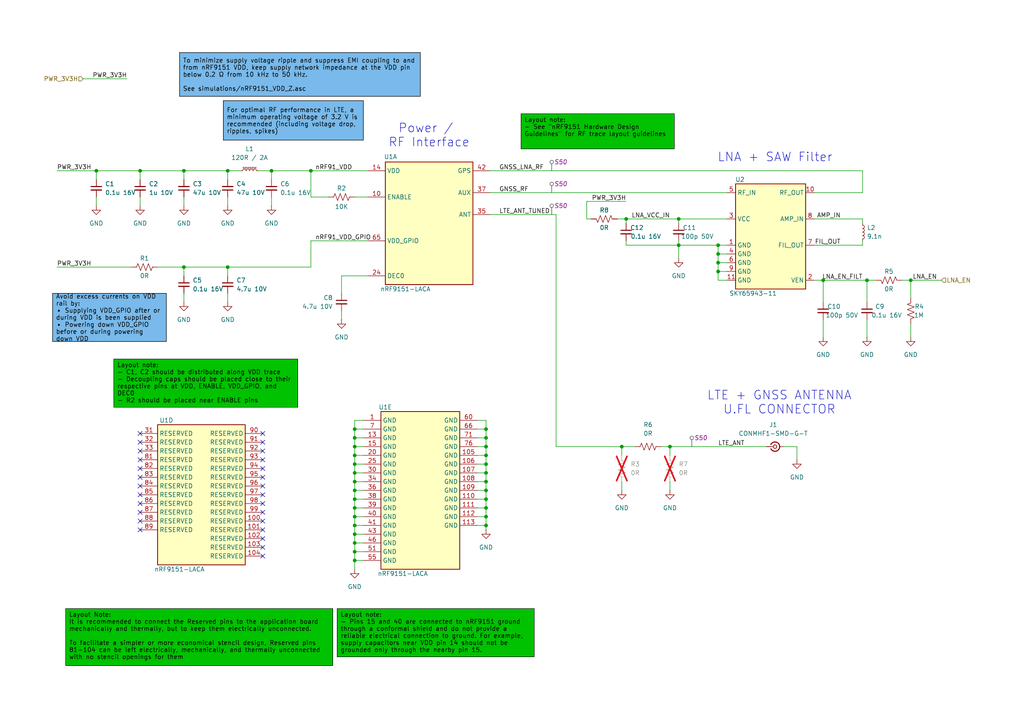
<source format=kicad_sch>
(kicad_sch (version 20231120) (generator "eeschema") (generator_version "8.0")
  (paper "A4")
  (title_block (title "nRF9151 - Low Power LTE & GNSS SiP") (date "2025-01-04") (rev "A"))
  (lib_symbols
    (symbol "DB:BLM15PX121SN1D" (pin_numbers hide) (pin_names (offset 0.254) hide) (exclude_from_sim yes)
      (property "Reference" "L" (at 1.27 1.016 0))
      (property "Value" "120R / 2A" (at 1.27 -1.27 0))
      (symbol "BLM15PX121SN1D_1_1"
        (pin passive line (at 0 2.54 270) (length 0.508) (name "~") (number "1"))
        (pin passive line (at 0 -2.54 90) (length 0.508) (name "~") (number "2"))
      )
    )
    (symbol "DB:CONMHF1-SMD-G-T" (pin_numbers hide) (pin_names (offset 1.016) hide) (exclude_from_sim yes) (in_bom no)
      (property "Reference" "J" (at 0.254 3.048 0))
      (property "Value" "CONMHF1-SMD-G-T" (at 0 -3.81 0))
      (symbol "CONMHF1-SMD-G-T_1_1"
        (pin passive line (at -2.54 0 0) (length 1.27) (name "In") (number "1"))
        (pin passive line (at 2.54 0 180) (length 1.27) (name "Ext") (number "2"))
      )
    )
    (symbol "DB:ERJ-2GE0R00X" (pin_numbers hide) (pin_names (offset 0)) (exclude_from_sim yes)
      (property "Reference" "R" (at 2.54 0 90))
      (property "Value" "0R" (at -2.54 0 90))
      (symbol "ERJ-2GE0R00X_1_1"
        (pin passive line (at 0 3.81 270) (length 1.27) (name "~") (number "1"))
        (pin passive line (at 0 -3.81 90) (length 1.27) (name "~") (number "2"))
      )
    )
    (symbol "DB:ERJ-2RKF1002X" (pin_numbers hide) (pin_names (offset 0)) (exclude_from_sim yes)
      (property "Reference" "R" (at 2.54 0 90))
      (property "Value" "10K" (at -2.54 0 90))
      (symbol "ERJ-2RKF1002X_1_1"
        (pin passive line (at 0 3.81 270) (length 1.27) (name "~") (number "1"))
        (pin passive line (at 0 -3.81 90) (length 1.27) (name "~") (number "2"))
      )
    )
    (symbol "DB:ERJ-2RKF1004X" (pin_numbers hide) (pin_names (offset 0)) (exclude_from_sim yes)
      (property "Reference" "R" (at 2.54 0 90))
      (property "Value" "1M" (at -2.54 0 90))
      (symbol "ERJ-2RKF1004X_1_1"
        (pin passive line (at 0 3.81 270) (length 1.27) (name "~") (number "1"))
        (pin passive line (at 0 -3.81 90) (length 1.27) (name "~") (number "2"))
      )
    )
    (symbol "DB:GRM0335C1H101JA01D" (pin_numbers hide) (pin_names (offset 0.254) hide)
      (property "Reference" "C" (at 0.254 1.778 0))
      (property "Value" "100p 50V" (at 0.254 -2.032 0))
      (symbol "GRM0335C1H101JA01D_1_1"
        (pin passive line (at 0 2.54 270) (length 2.032) (name "~") (number "1"))
        (pin passive line (at 0 -2.54 90) (length 2.032) (name "~") (number "2"))
      )
    )
    (symbol "DB:GRM033Z71C104KE14J" (pin_numbers hide) (pin_names (offset 0.254) hide)
      (property "Reference" "C" (at 0.254 1.778 0))
      (property "Value" "0.1u 16V" (at 0.254 -2.032 0))
      (symbol "GRM033Z71C104KE14J_1_1"
        (pin passive line (at 0 2.54 270) (length 2.032) (name "~") (number "1"))
        (pin passive line (at 0 -2.54 90) (length 2.032) (name "~") (number "2"))
      )
    )
    (symbol "DB:GRM155R61A475MEAAD" (pin_numbers hide) (pin_names (offset 0.254) hide)
      (property "Reference" "C" (at 0.254 1.778 0))
      (property "Value" "4.7u 10V" (at 0.254 -2.032 0))
      (symbol "GRM155R61A475MEAAD_1_1"
        (pin passive line (at 0 2.54 270) (length 2.032) (name "~") (number "1"))
        (pin passive line (at 0 -2.54 90) (length 2.032) (name "~") (number "2"))
      )
    )
    (symbol "DB:GRM155Z71A105KE01D" (pin_numbers hide) (pin_names (offset 0.254) hide)
      (property "Reference" "C" (at 0.254 1.778 0))
      (property "Value" "1u 10V" (at 0.254 -2.032 0))
      (symbol "GRM155Z71A105KE01D_1_1"
        (pin passive line (at 0 2.54 270) (length 2.032) (name "~") (number "1"))
        (pin passive line (at 0 -2.54 90) (length 2.032) (name "~") (number "2"))
      )
    )
    (symbol "DB:GRM21BR61A476ME15K" (pin_numbers hide) (pin_names (offset 0.254) hide)
      (property "Reference" "C" (at 0.254 1.778 0))
      (property "Value" "47u 10V" (at 0.254 -2.032 0))
      (symbol "GRM21BR61A476ME15K_1_1"
        (pin passive line (at 0 2.54 270) (length 2.032) (name "~") (number "1"))
        (pin passive line (at 0 -2.54 90) (length 2.032) (name "~") (number "2"))
      )
    )
    (symbol "DB:LQW15AN9N1J00D" (pin_numbers hide) (pin_names (offset 0.254) hide) (exclude_from_sim yes)
      (property "Reference" "L" (at 0.762 1.016 0))
      (property "Value" "9.1n" (at 0.762 -1.016 0))
      (symbol "LQW15AN9N1J00D_1_1"
        (pin passive line (at 0 2.54 270) (length 0.508) (name "~") (number "1"))
        (pin passive line (at 0 -2.54 90) (length 0.508) (name "~") (number "2"))
      )
    )
    (symbol "DB:SKY65943-11"
      (property "Reference" "U" (at -11.43 17.78 0))
      (property "Value" "SKY65943-11" (at -11.43 -16.51 0))
      (symbol "SKY65943-11_1_1"
        (pin power_in line (at 12.7 -2.54 180) (length 2.54) (name "GND") (number "1"))
        (pin output line (at -12.7 12.7 0) (length 2.54) (name "RF_OUT") (number "10"))
        (pin power_in line (at 12.7 -12.7 180) (length 2.54) (name "GND") (number "11"))
        (pin input line (at -12.7 -12.7 0) (length 2.54) (name "VEN") (number "2"))
        (pin power_in line (at 12.7 5.08 180) (length 2.54) (name "VCC") (number "3"))
        (pin power_in line (at 12.7 -5.08 180) (length 2.54) (name "GND") (number "4"))
        (pin output line (at 12.7 12.7 180) (length 2.54) (name "RF_IN") (number "5"))
        (pin power_in line (at 12.7 -7.62 180) (length 2.54) (name "GND") (number "6"))
        (pin passive line (at -12.7 -2.54 0) (length 2.54) (name "FIL_OUT") (number "7"))
        (pin passive line (at -12.7 5.08 0) (length 2.54) (name "AMP_IN") (number "8"))
        (pin power_in line (at 12.7 -10.16 180) (length 2.54) (name "GND") (number "9"))
      )
    )
    (symbol "DB:nRF9151-LACA-R" (exclude_from_sim yes)
      (property "Reference" "U" (at -4.826 43.434 0))
      (property "Value" "nRF9151-LACA" (at -4.826 -43.688 0))
      (symbol "nRF9151-LACA-R_1_1"
        (pin input line (at -17.78 7.62 0) (length 5.08) (name "ENABLE") (number "10"))
        (pin power_in line (at -17.78 15.24 0) (length 5.08) (name "VDD") (number "14"))
        (pin passive line (at -17.78 -15.24 0) (length 5.08) (name "DEC0") (number "24"))
        (pin bidirectional line (at 17.78 2.54 180) (length 5.08) (name "ANT") (number "35"))
        (pin bidirectional line (at 17.78 8.89 180) (length 5.08) (name "AUX") (number "37"))
        (pin bidirectional line (at 17.78 15.24 180) (length 5.08) (name "GPS") (number "42"))
        (pin power_in line (at -17.78 -5.08 0) (length 5.08) (name "VDD_GPIO") (number "65"))
      )
      (symbol "nRF9151-LACA-R_2_1"
        (pin bidirectional line (at -10.16 -21.59 0) (length 5.08) (name "P0.24") (number "11"))
        (pin bidirectional line (at -10.16 -24.13 0) (length 5.08) (name "P0.25") (number "12"))
        (pin bidirectional line (at -10.16 -11.43 0) (length 5.08) (name "P0.20") (number "2"))
        (pin bidirectional line (at -10.16 -26.67 0) (length 5.08) (name "P0.26") (number "44"))
        (pin bidirectional line (at -10.16 -29.21 0) (length 5.08) (name "P0.27") (number "45"))
        (pin bidirectional line (at -10.16 -31.75 0) (length 5.08) (name "P0.28") (number "47"))
        (pin bidirectional line (at -10.16 -34.29 0) (length 5.08) (name "P0.29") (number "48"))
        (pin bidirectional line (at -10.16 -36.83 0) (length 5.08) (name "P0.30") (number "49"))
        (pin bidirectional line (at -10.16 -13.97 0) (length 5.08) (name "P0.21") (number "5"))
        (pin bidirectional line (at -10.16 -39.37 0) (length 5.08) (name "P0.31") (number "50"))
        (pin bidirectional line (at -10.16 39.37 0) (length 5.08) (name "P0.00") (number "56"))
        (pin bidirectional line (at -10.16 36.83 0) (length 5.08) (name "P0.01") (number "57"))
        (pin bidirectional line (at -10.16 34.29 0) (length 5.08) (name "P0.02") (number "58"))
        (pin bidirectional line (at -10.16 31.75 0) (length 5.08) (name "P0.03") (number "59"))
        (pin bidirectional line (at -10.16 -16.51 0) (length 5.08) (name "P0.22") (number "6"))
        (pin bidirectional line (at -10.16 29.21 0) (length 5.08) (name "P0.04") (number "61"))
        (pin bidirectional line (at -10.16 26.67 0) (length 5.08) (name "P0.05") (number "62"))
        (pin bidirectional line (at -10.16 24.13 0) (length 5.08) (name "P0.06") (number "63"))
        (pin bidirectional line (at -10.16 21.59 0) (length 5.08) (name "P0.07") (number "64"))
        (pin bidirectional line (at -10.16 19.05 0) (length 5.08) (name "P0.08") (number "67"))
        (pin bidirectional line (at -10.16 16.51 0) (length 5.08) (name "P0.09") (number "68"))
        (pin bidirectional line (at -10.16 13.97 0) (length 5.08) (name "P0.10") (number "69"))
        (pin bidirectional line (at -10.16 11.43 0) (length 5.08) (name "P0.11") (number "70"))
        (pin bidirectional line (at -10.16 8.89 0) (length 5.08) (name "P0.12") (number "72"))
        (pin bidirectional line (at -10.16 6.35 0) (length 5.08) (name "P0.13") (number "73"))
        (pin bidirectional line (at -10.16 3.81 0) (length 5.08) (name "P0.14") (number "74"))
        (pin bidirectional line (at -10.16 1.27 0) (length 5.08) (name "P0.15") (number "75"))
        (pin bidirectional line (at -10.16 -1.27 0) (length 5.08) (name "P0.16") (number "77"))
        (pin bidirectional line (at -10.16 -3.81 0) (length 5.08) (name "P0.17") (number "78"))
        (pin bidirectional line (at -10.16 -6.35 0) (length 5.08) (name "P0.18") (number "79"))
        (pin bidirectional line (at -10.16 -19.05 0) (length 5.08) (name "P0.23") (number "8"))
        (pin bidirectional line (at -10.16 -8.89 0) (length 5.08) (name "P0.19") (number "80"))
      )
      (symbol "nRF9151-LACA-R_3_1"
        (pin output line (at -15.24 -24.13 0) (length 5.08) (name "SIM_RST") (number "16"))
        (pin bidirectional line (at -15.24 -29.21 0) (length 5.08) (name "SIM_IO") (number "17"))
        (pin output line (at -15.24 -26.67 0) (length 5.08) (name "SIM_CLK") (number "18"))
        (pin power_out line (at -15.24 -31.75 0) (length 5.08) (name "SIM_1V8") (number "19"))
        (pin bidirectional line (at -15.24 -2.54 0) (length 5.08) (name "MAGPIO0") (number "21"))
        (pin bidirectional line (at -15.24 -5.08 0) (length 5.08) (name "MAGPIO1") (number "22"))
        (pin bidirectional line (at -15.24 -7.62 0) (length 5.08) (name "MAGPIO2") (number "23"))
        (pin input line (at -15.24 -21.59 0) (length 5.08) (name "SIM_DET") (number "26"))
        (pin bidirectional line (at -15.24 7.62 0) (length 5.08) (name "SDATA") (number "27"))
        (pin bidirectional line (at -15.24 5.08 0) (length 5.08) (name "SCLK") (number "28"))
        (pin bidirectional line (at -15.24 2.54 0) (length 5.08) (name "VIO") (number "29"))
        (pin input line (at -15.24 29.21 0) (length 5.08) (name "SWDCLK") (number "3"))
        (pin bidirectional line (at -15.24 31.75 0) (length 5.08) (name "SWDIO") (number "4"))
        (pin bidirectional line (at -15.24 -11.43 0) (length 5.08) (name "COEX0") (number "52"))
        (pin bidirectional line (at -15.24 -13.97 0) (length 5.08) (name "COEX1") (number "53"))
        (pin bidirectional line (at -15.24 -16.51 0) (length 5.08) (name "COEX2") (number "54"))
        (pin input line (at -15.24 26.67 0) (length 5.08) (name "nRESET") (number "9"))
      )
      (symbol "nRF9151-LACA-R_4_1"
        (pin passive line (at 17.78 -10.16 180) (length 5.08) (name "RESERVED") (number "100"))
        (pin passive line (at 17.78 -12.7 180) (length 5.08) (name "RESERVED") (number "101"))
        (pin passive line (at 17.78 -15.24 180) (length 5.08) (name "RESERVED") (number "102"))
        (pin passive line (at 17.78 -17.78 180) (length 5.08) (name "RESERVED") (number "103"))
        (pin passive line (at 17.78 -20.32 180) (length 5.08) (name "RESERVED") (number "104"))
        (pin passive line (at -17.78 15.24 0) (length 5.08) (name "RESERVED") (number "31"))
        (pin passive line (at -17.78 12.7 0) (length 5.08) (name "RESERVED") (number "32"))
        (pin passive line (at -17.78 10.16 0) (length 5.08) (name "RESERVED") (number "33"))
        (pin passive line (at -17.78 7.62 0) (length 5.08) (name "RESERVED") (number "81"))
        (pin passive line (at -17.78 5.08 0) (length 5.08) (name "RESERVED") (number "82"))
        (pin passive line (at -17.78 2.54 0) (length 5.08) (name "RESERVED") (number "83"))
        (pin passive line (at -17.78 0 0) (length 5.08) (name "RESERVED") (number "84"))
        (pin passive line (at -17.78 -2.54 0) (length 5.08) (name "RESERVED") (number "85"))
        (pin passive line (at -17.78 -5.08 0) (length 5.08) (name "RESERVED") (number "86"))
        (pin passive line (at -17.78 -7.62 0) (length 5.08) (name "RESERVED") (number "87"))
        (pin passive line (at -17.78 -10.16 0) (length 5.08) (name "RESERVED") (number "88"))
        (pin passive line (at -17.78 -12.7 0) (length 5.08) (name "RESERVED") (number "89"))
        (pin passive line (at 17.78 15.24 180) (length 5.08) (name "RESERVED") (number "90"))
        (pin passive line (at 17.78 12.7 180) (length 5.08) (name "RESERVED") (number "91"))
        (pin passive line (at 17.78 10.16 180) (length 5.08) (name "RESERVED") (number "92"))
        (pin passive line (at 17.78 7.62 180) (length 5.08) (name "RESERVED") (number "93"))
        (pin passive line (at 17.78 5.08 180) (length 5.08) (name "RESERVED") (number "94"))
        (pin passive line (at 17.78 2.54 180) (length 5.08) (name "RESERVED") (number "95"))
        (pin passive line (at 17.78 0 180) (length 5.08) (name "RESERVED") (number "96"))
        (pin passive line (at 17.78 -2.54 180) (length 5.08) (name "RESERVED") (number "97"))
        (pin passive line (at 17.78 -5.08 180) (length 5.08) (name "RESERVED") (number "98"))
        (pin passive line (at 17.78 -7.62 180) (length 5.08) (name "RESERVED") (number "99"))
      )
      (symbol "nRF9151-LACA-R_5_1"
        (pin power_in line (at -16.51 17.78 0) (length 5.08) (name "GND") (number "1"))
        (pin power_in line (at 16.51 7.62 180) (length 5.08) (name "GND") (number "105"))
        (pin power_in line (at 16.51 5.08 180) (length 5.08) (name "GND") (number "106"))
        (pin power_in line (at 16.51 2.54 180) (length 5.08) (name "GND") (number "107"))
        (pin power_in line (at 16.51 0 180) (length 5.08) (name "GND") (number "108"))
        (pin power_in line (at 16.51 -2.54 180) (length 5.08) (name "GND") (number "109"))
        (pin power_in line (at 16.51 -5.08 180) (length 5.08) (name "GND") (number "110"))
        (pin power_in line (at 16.51 -7.62 180) (length 5.08) (name "GND") (number "111"))
        (pin power_in line (at 16.51 -10.16 180) (length 5.08) (name "GND") (number "112"))
        (pin power_in line (at 16.51 -12.7 180) (length 5.08) (name "GND") (number "113"))
        (pin power_in line (at -16.51 12.7 0) (length 5.08) (name "GND") (number "13"))
        (pin power_in line (at -16.51 10.16 0) (length 5.08) (name "GND") (number "15"))
        (pin power_in line (at -16.51 7.62 0) (length 5.08) (name "GND") (number "20"))
        (pin power_in line (at -16.51 5.08 0) (length 5.08) (name "GND") (number "25"))
        (pin power_in line (at -16.51 2.54 0) (length 5.08) (name "GND") (number "30"))
        (pin power_in line (at -16.51 0 0) (length 5.08) (name "GND") (number "34"))
        (pin power_in line (at -16.51 -2.54 0) (length 5.08) (name "GND") (number "36"))
        (pin power_in line (at -16.51 -5.08 0) (length 5.08) (name "GND") (number "38"))
        (pin power_in line (at -16.51 -7.62 0) (length 5.08) (name "GND") (number "39"))
        (pin power_in line (at -16.51 -10.16 0) (length 5.08) (name "GND") (number "40"))
        (pin power_in line (at -16.51 -12.7 0) (length 5.08) (name "GND") (number "41"))
        (pin power_in line (at -16.51 -15.24 0) (length 5.08) (name "GND") (number "43"))
        (pin power_in line (at -16.51 -17.78 0) (length 5.08) (name "GND") (number "46"))
        (pin power_in line (at -16.51 -20.32 0) (length 5.08) (name "GND") (number "51"))
        (pin power_in line (at -16.51 -22.86 0) (length 5.08) (name "GND") (number "55"))
        (pin power_in line (at 16.51 17.78 180) (length 5.08) (name "GND") (number "60"))
        (pin power_in line (at 16.51 15.24 180) (length 5.08) (name "GND") (number "66"))
        (pin power_in line (at -16.51 15.24 0) (length 5.08) (name "GND") (number "7"))
        (pin power_in line (at 16.51 12.7 180) (length 5.08) (name "GND") (number "71"))
        (pin power_in line (at 16.51 10.16 180) (length 5.08) (name "GND") (number "76"))
      )
    )
    (symbol "ERJ-2GE0R00X_1" (pin_numbers hide) (pin_names (offset 0)) (exclude_from_sim yes)
      (property "Reference" "R" (at 2.54 0 90))
      (property "Value" "0R" (at -2.54 0 90))
      (symbol "ERJ-2GE0R00X_1_1_1"
        (pin passive line (at 0 3.81 270) (length 1.27) (name "~") (number "1"))
        (pin passive line (at 0 -3.81 90) (length 1.27) (name "~") (number "2"))
      )
    )
    (symbol "ERJ-2GE0R00X_2" (pin_numbers hide) (pin_names (offset 0)) (exclude_from_sim yes)
      (property "Reference" "R" (at 2.54 0 90))
      (property "Value" "0R" (at -2.54 0 90))
      (symbol "ERJ-2GE0R00X_2_1_1"
        (pin passive line (at 0 3.81 270) (length 1.27) (name "~") (number "1"))
        (pin passive line (at 0 -3.81 90) (length 1.27) (name "~") (number "2"))
      )
    )
    (symbol "power:GND" (power) (pin_numbers hide) (pin_names (offset 0) hide)
      (property "Value" "GND" (at 0 -3.81 0))
      (symbol "GND_1_1"
        (pin power_in line (at 0 0 270) (length 0) (name "~") (number "1"))
      )
    )
  )
  (junction (at 140.97 134.62))
  (junction (at 102.87 137.16))
  (junction (at 102.87 162.56))
  (junction (at 140.97 142.24))
  (junction (at 140.97 139.7))
  (junction (at 180.34 129.54))
  (junction (at 78.74 49.53))
  (junction (at 40.64 49.53))
  (junction (at 102.87 132.08))
  (junction (at 208.28 78.74))
  (junction (at 102.87 142.24))
  (junction (at 102.87 149.86))
  (junction (at 27.94 49.53))
  (junction (at 194.31 129.54))
  (junction (at 102.87 134.62))
  (junction (at 102.87 160.02))
  (junction (at 264.16 81.28))
  (junction (at 140.97 129.54))
  (junction (at 102.87 124.46))
  (junction (at 66.04 77.47))
  (junction (at 140.97 152.4))
  (junction (at 102.87 144.78))
  (junction (at 251.46 81.28))
  (junction (at 208.28 73.66))
  (junction (at 196.85 63.5))
  (junction (at 90.17 49.53))
  (junction (at 102.87 147.32))
  (junction (at 102.87 152.4))
  (junction (at 102.87 139.7))
  (junction (at 102.87 157.48))
  (junction (at 53.34 49.53))
  (junction (at 102.87 127))
  (junction (at 140.97 137.16))
  (junction (at 208.28 71.12))
  (junction (at 196.85 71.12))
  (junction (at 140.97 144.78))
  (junction (at 181.61 63.5))
  (junction (at 238.76 81.28))
  (junction (at 66.04 49.53))
  (junction (at 53.34 77.47))
  (junction (at 140.97 147.32))
  (junction (at 140.97 127))
  (junction (at 140.97 124.46))
  (junction (at 140.97 149.86))
  (junction (at 140.97 132.08))
  (junction (at 208.28 76.2))
  (junction (at 102.87 154.94))
  (junction (at 102.87 129.54))
  (no_connect (at 40.64 133.35))
  (no_connect (at 76.2 161.29))
  (no_connect (at 76.2 133.35))
  (no_connect (at 76.2 138.43))
  (no_connect (at 40.64 130.81))
  (no_connect (at 76.2 151.13))
  (no_connect (at 40.64 125.73))
  (no_connect (at 40.64 140.97))
  (no_connect (at 76.2 125.73))
  (no_connect (at 76.2 158.75))
  (no_connect (at 40.64 151.13))
  (no_connect (at 76.2 146.05))
  (no_connect (at 40.64 148.59))
  (no_connect (at 40.64 138.43))
  (no_connect (at 76.2 128.27))
  (no_connect (at 40.64 146.05))
  (no_connect (at 40.64 153.67))
  (no_connect (at 76.2 143.51))
  (no_connect (at 40.64 135.89))
  (no_connect (at 76.2 130.81))
  (no_connect (at 76.2 156.21))
  (no_connect (at 76.2 153.67))
  (no_connect (at 76.2 135.89))
  (no_connect (at 40.64 128.27))
  (no_connect (at 76.2 148.59))
  (no_connect (at 76.2 140.97))
  (no_connect (at 40.64 143.51))
  (wire (pts (xy 251.46 92.71) (xy 251.46 97.79)))
  (wire (pts (xy 181.61 64.77) (xy 181.61 63.5)))
  (wire (pts (xy 191.77 129.54) (xy 194.31 129.54)))
  (wire (pts (xy 102.87 149.86) (xy 102.87 152.4)))
  (wire (pts (xy 90.17 49.53) (xy 106.68 49.53)))
  (wire (pts (xy 180.34 139.7) (xy 180.34 142.24)))
  (wire (pts (xy 250.19 64.77) (xy 250.19 63.5)))
  (wire (pts (xy 78.74 49.53) (xy 78.74 52.07)))
  (wire (pts (xy 140.97 139.7) (xy 140.97 137.16)))
  (wire (pts (xy 196.85 69.85) (xy 196.85 71.12)))
  (wire (pts (xy 140.97 144.78) (xy 138.43 144.78)))
  (wire (pts (xy 102.87 147.32) (xy 102.87 144.78)))
  (wire (pts (xy 102.87 154.94) (xy 102.87 152.4)))
  (wire (pts (xy 66.04 49.53) (xy 69.85 49.53)))
  (wire (pts (xy 140.97 127) (xy 140.97 129.54)))
  (wire (pts (xy 102.87 152.4) (xy 105.41 152.4)))
  (wire (pts (xy 90.17 69.85) (xy 106.68 69.85)))
  (wire (pts (xy 16.51 77.47) (xy 38.1 77.47)))
  (wire (pts (xy 66.04 85.09) (xy 66.04 87.63)))
  (wire (pts (xy 102.87 134.62) (xy 105.41 134.62)))
  (wire (pts (xy 140.97 152.4) (xy 138.43 152.4)))
  (wire (pts (xy 238.76 92.71) (xy 238.76 97.79)))
  (wire (pts (xy 170.18 58.42) (xy 170.18 63.5)))
  (wire (pts (xy 105.41 132.08) (xy 102.87 132.08)))
  (wire (pts (xy 179.07 63.5) (xy 181.61 63.5)))
  (wire (pts (xy 140.97 137.16) (xy 138.43 137.16)))
  (wire (pts (xy 102.87 132.08) (xy 102.87 134.62)))
  (wire (pts (xy 208.28 73.66) (xy 208.28 76.2)))
  (wire (pts (xy 53.34 49.53) (xy 66.04 49.53)))
  (wire (pts (xy 140.97 142.24) (xy 140.97 139.7)))
  (wire (pts (xy 210.82 63.5) (xy 196.85 63.5)))
  (wire (pts (xy 102.87 124.46) (xy 102.87 121.92)))
  (wire (pts (xy 78.74 57.15) (xy 78.74 59.69)))
  (wire (pts (xy 24.13 22.86) (xy 36.83 22.86)))
  (wire (pts (xy 140.97 129.54) (xy 138.43 129.54)))
  (wire (pts (xy 102.87 139.7) (xy 105.41 139.7)))
  (wire (pts (xy 140.97 149.86) (xy 140.97 152.4)))
  (wire (pts (xy 105.41 142.24) (xy 102.87 142.24)))
  (wire (pts (xy 99.06 90.17) (xy 99.06 92.71)))
  (wire (pts (xy 102.87 129.54) (xy 105.41 129.54)))
  (wire (pts (xy 273.05 81.28) (xy 264.16 81.28)))
  (wire (pts (xy 140.97 137.16) (xy 140.97 134.62)))
  (wire (pts (xy 210.82 71.12) (xy 208.28 71.12)))
  (wire (pts (xy 138.43 121.92) (xy 140.97 121.92)))
  (wire (pts (xy 142.24 62.23) (xy 161.29 62.23)))
  (wire (pts (xy 210.82 73.66) (xy 208.28 73.66)))
  (wire (pts (xy 66.04 77.47) (xy 66.04 80.01)))
  (wire (pts (xy 250.19 63.5) (xy 236.22 63.5)))
  (wire (pts (xy 227.33 129.54) (xy 231.14 129.54)))
  (wire (pts (xy 102.87 157.48) (xy 102.87 154.94)))
  (wire (pts (xy 27.94 49.53) (xy 27.94 52.07)))
  (wire (pts (xy 264.16 81.28) (xy 261.62 81.28)))
  (wire (pts (xy 140.97 127) (xy 138.43 127)))
  (wire (pts (xy 170.18 58.42) (xy 181.61 58.42)))
  (wire (pts (xy 231.14 129.54) (xy 231.14 133.35)))
  (wire (pts (xy 196.85 63.5) (xy 181.61 63.5)))
  (wire (pts (xy 196.85 63.5) (xy 196.85 64.77)))
  (wire (pts (xy 138.43 132.08) (xy 140.97 132.08)))
  (wire (pts (xy 161.29 129.54) (xy 180.34 129.54)))
  (wire (pts (xy 208.28 71.12) (xy 196.85 71.12)))
  (wire (pts (xy 208.28 71.12) (xy 208.28 73.66)))
  (wire (pts (xy 27.94 57.15) (xy 27.94 59.69)))
  (wire (pts (xy 40.64 49.53) (xy 27.94 49.53)))
  (wire (pts (xy 99.06 80.01) (xy 106.68 80.01)))
  (wire (pts (xy 66.04 49.53) (xy 66.04 52.07)))
  (wire (pts (xy 102.87 160.02) (xy 102.87 162.56)))
  (wire (pts (xy 102.87 121.92) (xy 105.41 121.92)))
  (wire (pts (xy 78.74 49.53) (xy 90.17 49.53)))
  (wire (pts (xy 181.61 69.85) (xy 181.61 71.12)))
  (wire (pts (xy 254 81.28) (xy 251.46 81.28)))
  (wire (pts (xy 140.97 132.08) (xy 140.97 134.62)))
  (wire (pts (xy 194.31 129.54) (xy 194.31 132.08)))
  (wire (pts (xy 140.97 147.32) (xy 140.97 144.78)))
  (wire (pts (xy 102.87 142.24) (xy 102.87 144.78)))
  (wire (pts (xy 53.34 49.53) (xy 53.34 52.07)))
  (wire (pts (xy 264.16 81.28) (xy 264.16 86.36)))
  (wire (pts (xy 250.19 55.88) (xy 236.22 55.88)))
  (wire (pts (xy 53.34 77.47) (xy 66.04 77.47)))
  (wire (pts (xy 105.41 160.02) (xy 102.87 160.02)))
  (wire (pts (xy 140.97 132.08) (xy 140.97 129.54)))
  (wire (pts (xy 210.82 81.28) (xy 208.28 81.28)))
  (wire (pts (xy 102.87 160.02) (xy 102.87 157.48)))
  (wire (pts (xy 40.64 49.53) (xy 53.34 49.53)))
  (wire (pts (xy 236.22 71.12) (xy 250.19 71.12)))
  (wire (pts (xy 142.24 49.53) (xy 250.19 49.53)))
  (wire (pts (xy 142.24 55.88) (xy 210.82 55.88)))
  (wire (pts (xy 238.76 81.28) (xy 236.22 81.28)))
  (wire (pts (xy 105.41 149.86) (xy 102.87 149.86)))
  (wire (pts (xy 102.87 57.15) (xy 106.68 57.15)))
  (wire (pts (xy 238.76 81.28) (xy 238.76 87.63)))
  (wire (pts (xy 210.82 78.74) (xy 208.28 78.74)))
  (wire (pts (xy 53.34 77.47) (xy 53.34 80.01)))
  (wire (pts (xy 102.87 137.16) (xy 102.87 134.62)))
  (wire (pts (xy 40.64 57.15) (xy 40.64 59.69)))
  (wire (pts (xy 74.93 49.53) (xy 78.74 49.53)))
  (wire (pts (xy 194.31 139.7) (xy 194.31 142.24)))
  (wire (pts (xy 53.34 57.15) (xy 53.34 59.69)))
  (wire (pts (xy 194.31 129.54) (xy 222.25 129.54)))
  (wire (pts (xy 102.87 132.08) (xy 102.87 129.54)))
  (wire (pts (xy 95.25 57.15) (xy 90.17 57.15)))
  (wire (pts (xy 102.87 124.46) (xy 105.41 124.46)))
  (wire (pts (xy 102.87 137.16) (xy 105.41 137.16)))
  (wire (pts (xy 140.97 139.7) (xy 138.43 139.7)))
  (wire (pts (xy 210.82 76.2) (xy 208.28 76.2)))
  (wire (pts (xy 102.87 127) (xy 105.41 127)))
  (wire (pts (xy 102.87 139.7) (xy 102.87 137.16)))
  (wire (pts (xy 181.61 71.12) (xy 196.85 71.12)))
  (wire (pts (xy 180.34 129.54) (xy 180.34 132.08)))
  (wire (pts (xy 102.87 165.1) (xy 102.87 162.56)))
  (wire (pts (xy 196.85 71.12) (xy 196.85 74.93)))
  (wire (pts (xy 102.87 142.24) (xy 102.87 139.7)))
  (wire (pts (xy 138.43 142.24) (xy 140.97 142.24)))
  (wire (pts (xy 140.97 124.46) (xy 138.43 124.46)))
  (wire (pts (xy 140.97 124.46) (xy 140.97 121.92)))
  (wire (pts (xy 90.17 77.47) (xy 90.17 69.85)))
  (wire (pts (xy 140.97 127) (xy 140.97 124.46)))
  (wire (pts (xy 264.16 93.98) (xy 264.16 97.79)))
  (wire (pts (xy 250.19 55.88) (xy 250.19 49.53)))
  (wire (pts (xy 208.28 76.2) (xy 208.28 78.74)))
  (wire (pts (xy 184.15 129.54) (xy 180.34 129.54)))
  (wire (pts (xy 66.04 57.15) (xy 66.04 59.69)))
  (wire (pts (xy 140.97 142.24) (xy 140.97 144.78)))
  (wire (pts (xy 140.97 134.62) (xy 138.43 134.62)))
  (wire (pts (xy 99.06 80.01) (xy 99.06 85.09)))
  (wire (pts (xy 102.87 149.86) (xy 102.87 147.32)))
  (wire (pts (xy 140.97 149.86) (xy 140.97 147.32)))
  (wire (pts (xy 66.04 77.47) (xy 90.17 77.47)))
  (wire (pts (xy 102.87 127) (xy 102.87 129.54)))
  (wire (pts (xy 102.87 157.48) (xy 105.41 157.48)))
  (wire (pts (xy 102.87 162.56) (xy 105.41 162.56)))
  (wire (pts (xy 138.43 149.86) (xy 140.97 149.86)))
  (wire (pts (xy 102.87 147.32) (xy 105.41 147.32)))
  (wire (pts (xy 251.46 81.28) (xy 238.76 81.28)))
  (wire (pts (xy 90.17 57.15) (xy 90.17 49.53)))
  (wire (pts (xy 140.97 147.32) (xy 138.43 147.32)))
  (wire (pts (xy 161.29 62.23) (xy 161.29 129.54)))
  (wire (pts (xy 251.46 81.28) (xy 251.46 87.63)))
  (wire (pts (xy 208.28 78.74) (xy 208.28 81.28)))
  (wire (pts (xy 250.19 71.12) (xy 250.19 69.85)))
  (wire (pts (xy 102.87 127) (xy 102.87 124.46)))
  (wire (pts (xy 170.18 63.5) (xy 171.45 63.5)))
  (wire (pts (xy 53.34 85.09) (xy 53.34 87.63)))
  (wire (pts (xy 40.64 49.53) (xy 40.64 52.07)))
  (wire (pts (xy 45.72 77.47) (xy 53.34 77.47)))
  (wire (pts (xy 140.97 152.4) (xy 140.97 153.67)))
  (wire (pts (xy 102.87 144.78) (xy 105.41 144.78)))
  (wire (pts (xy 16.51 49.53) (xy 27.94 49.53)))
  (wire (pts (xy 102.87 154.94) (xy 105.41 154.94)))
  (text_box "Layout note:\n- C1, C2 should be distributed along VDD trace\n- Decoupling caps should be placed close to their respective pins at VDD, ENABLE, VDD_GPIO, and DEC0\n- R2 should be placed near ENABLE pins" (exclude_from_sim yes) (at 33.02 104.14 0) (size 53.34 13.97) (stroke (width 0) (color 0 0 0 1)) (fill (type color) (color 0 194 0 1)) (effects (font (size 1.27 1.27)) (justify left top)))
  (text_box "For optimal RF performance in LTE, a minimum operating voltage of 3.2 V is recommended (including voltage drop, ripples, spikes)" (exclude_from_sim yes) (at 64.77 29.21 0) (size 40.64 11.43) (stroke (width 0) (color 0 0 0 1)) (fill (type color) (color 76 163 228 0.75)) (effects (font (size 1.27 1.27)) (justify left)))
  (text_box "Layout note:\n- Pins 15 and 40 are connected to nRF9151 ground through a conformal shield and do not provide a reliable electrical connection to ground. For example, supply capacitors near VDD pin 14 should not be grounded only through the nearby pin 15." (exclude_from_sim yes) (at 97.79 176.53 0) (size 57.15 13.97) (stroke (width 0) (color 0 0 0 1)) (fill (type color) (color 0 194 0 1)) (effects (font (size 1.27 1.27)) (justify left top)))
  (text_box "Layout note:\n- See \"nRF9151 Hardware Design Guidelines\" for RF trace layout guidelines" (exclude_from_sim yes) (at 151.13 33.02 0) (size 44.45 10.16) (stroke (width 0) (color 0 0 0 1)) (fill (type color) (color 0 194 0 1)) (effects (font (size 1.27 1.27)) (justify left top)))
  (text_box "To minimize supply voltage ripple and suppress EMI coupling to and from nRF9151 VDD, keep supply network impedance at the VDD pin below 0.2 Ω from 10 kHz to 50 kHz.\n\nSee simulations/nRF9151_VDD_Z.asc" (exclude_from_sim yes) (at 52.07 15.24 0) (size 69.85 12.7) (stroke (width 0) (color 0 0 0 1)) (fill (type color) (color 76 163 228 0.75)) (effects (font (size 1.27 1.27)) (justify left)))
  (text_box "Avoid excess currents on VDD rail by:\n• Supplying VDD_GPIO after or during VDD is been supplied\n• Powering down VDD_GPIO before or during powering down VDD" (exclude_from_sim yes) (at 15.24 85.09 0) (size 33.02 13.97) (stroke (width 0) (color 0 0 0 1)) (fill (type color) (color 76 163 228 0.75)) (effects (font (size 1.27 1.27)) (justify left)))
  (text_box "Layout Note:\nIt is recommended to connect the Reserved pins to the application board mechanically and thermally, but to keep them electrically unconnected.\n\nTo facilitate a simpler or more economical stencil design, Reserved pins 81-104 can be left electrically, mechanically, and thermally unconnected with no stencil openings for them" (at 19.05 176.53 0) (size 77.47 16.51) (stroke (width 0) (color 0 0 0 1)) (fill (type color) (color 0 194 0 1)) (effects (font (size 1.27 1.27)) (justify left top)))
  (text "LTE + GNSS ANTENNA\nU.FL CONNECTOR" (at 226.06 116.84 0) (effects (font (size 2.54 2.54))))
  (text "LNA + SAW Filter" (at 224.79 45.72 0) (effects (font (size 2.54 2.54))))
  (text "Power / \nRF Interface" (at 124.46 39.37 0) (effects (font (size 2.54 2.54))))
  (label "GNSS_RF" (at 144.78 55.88 0))
  (label "PWR_3V3H" (at 181.61 58.42 180))
  (label "PWR_3V3H" (at 36.83 22.86 180))
  (label "AMP_IN" (at 243.84 63.5 180))
  (label "PWR_3V3H" (at 16.51 49.53 0))
  (label "nRF91_VDD_GPIO" (at 91.44 69.85 0))
  (label "LTE_ANT" (at 208.28 129.54 0))
  (label "nRF91_VDD" (at 91.44 49.53 0))
  (label "GNSS_LNA_RF" (at 144.78 49.53 0))
  (label "FIL_OUT" (at 243.84 71.12 180))
  (label "LNA_EN_FILT" (at 250.19 81.28 180))
  (label "PWR_3V3H" (at 16.51 77.47 0))
  (label "LTE_ANT_TUNED" (at 144.78 62.23 0))
  (label "LNA_VCC_IN" (at 194.31 63.5 180))
  (label "LNA_EN" (at 271.78 81.28 180))
  (hierarchical_label "LNA_EN" (shape input) (at 273.05 81.28 0))
  (hierarchical_label "PWR_3V3H" (shape input) (at 24.13 22.86 180))
  (netclass_flag "" (length 2.54) (shape round) (at 160.02 55.88 0) (property "Netclass" "S50" (at 160.7185 53.34 0) (effects (font (italic yes)) (justify left))))
  (netclass_flag "" (length 2.54) (shape round) (at 160.02 49.53 0) (property "Netclass" "S50" (at 160.7185 46.99 0) (effects (font (italic yes)) (justify left))))
  (netclass_flag "" (length 2.54) (shape round) (at 160.02 62.23 0) (property "Netclass" "S50" (at 160.7185 59.69 0) (effects (font (italic yes)) (justify left))))
  (netclass_flag "" (length 2.54) (shape round) (at 200.66 129.54 0) (property "Netclass" "S50" (at 201.3585 127 0) (effects (font (italic yes)) (justify left))))
  (symbol (lib_id "power:GND") (at 251.46 97.79 0) (mirror y) (unit 1)
    (property "Reference" "#PWR015" (effects (hide yes)))
    (property "Value" "GND" (at 251.46 102.87 0))
    (property "Description" "Power symbol creates a global label with name \"GND\" , ground" (effects (hide yes)))
  )
  (symbol (lib_name "ERJ-2GE0R00X_2") (lib_id "DB:ERJ-2GE0R00X") (at 194.31 135.89 180) (unit 1) (exclude_from_sim yes) (dnp yes)
    (property "Reference" "R7" (at 196.85 134.6199 0) (effects (justify right)))
    (property "Value" "0R" (at 196.85 137.1599 0) (effects (justify right)))
    (property "Footprint" "footprints:R_0402_1005Metric" (effects (hide yes)))
    (property "Datasheet" "http://parts.djgood.ca/en/part/19/info" (effects (hide yes)))
    (property "Description" "0 Ohms Jumper Chip Resistor 0402 (1005 Metric) Automotive AEC-Q200 Thick Film" (effects (hide yes)))
    (property "Category" "Resistors/Thick Film" (effects (hide yes)))
    (property "MPN" "ERJ-2GE0R00X" (effects (hide yes)))
    (property "Manufacturer" "Panasonic Electronic Components" (effects (hide yes)))
    (property "Manufacturing Status" "Active" (effects (hide yes)))
    (property "Part-DB Footprint" "0402" (effects (hide yes)))
    (property "Part-DB ID" "19" (effects (hide yes)))
  )
  (symbol (lib_id "DB:LQW15AN9N1J00D") (at 250.19 67.31 0) (unit 1) (exclude_from_sim yes)
    (property "Reference" "L2" (at 251.46 66.0399 0) (effects (justify left)))
    (property "Value" "9.1n" (at 251.46 68.5799 0) (effects (justify left)))
    (property "Footprint" "footprints:L_0402_1005Metric" (effects (hide yes)))
    (property "Datasheet" "http://parts.djgood.ca/en/part/23/info" (effects (hide yes)))
    (property "Description" "9.1 nH Unshielded Drum Core, Wirewound Inductor 540 mA 140mOhm Max 0402 (1005 Metric)" (effects (hide yes)))
    (property "Category" "Inductors/RF Inductors" (effects (hide yes)))
    (property "MPN" "LQW15AN9N1J00D" (effects (hide yes)))
    (property "Manufacturer" "Murata Electronics" (effects (hide yes)))
    (property "Manufacturing Status" "Active" (effects (hide yes)))
    (property "Part-DB Footprint" "0402" (effects (hide yes)))
    (property "Part-DB ID" "23" (effects (hide yes)))
  )
  (symbol (lib_id "DB:GRM0335C1H101JA01D") (at 196.85 67.31 0) (mirror y) (unit 1)
    (property "Reference" "C11" (at 201.93 66.04 0) (effects (justify left)))
    (property "Value" "100p 50V" (at 207.01 68.58 0) (effects (justify left)))
    (property "Footprint" "footprints:C_0201_0603Metric" (effects (hide yes)))
    (property "Datasheet" "http://parts.djgood.ca/en/part/36/info" (effects (hide yes)))
    (property "Description" "100 pF ±5% 50V Ceramic Capacitor C0G, NP0 0201 (0603 Metric)" (effects (hide yes)))
    (property "Category" "Capacitors/Ceramic Capacitors" (effects (hide yes)))
    (property "MPN" "GRM0335C1H101JA01D" (effects (hide yes)))
    (property "Manufacturer" "Murata Electronics" (effects (hide yes)))
    (property "Manufacturing Status" "Active" (effects (hide yes)))
    (property "Part-DB ID" "36" (effects (hide yes)))
  )
  (symbol (lib_id "power:GND") (at 180.34 142.24 0) (unit 1)
    (property "Reference" "#PWR013" (effects (hide yes)))
    (property "Value" "GND" (at 180.34 147.32 0))
    (property "Description" "Power symbol creates a global label with name \"GND\" , ground" (effects (hide yes)))
  )
  (symbol (lib_id "DB:ERJ-2RKF1004X") (at 264.16 90.17 0) (mirror y) (unit 1) (exclude_from_sim yes)
    (property "Reference" "R4" (at 267.97 88.9 0) (effects (justify left)))
    (property "Value" "1M" (at 267.97 91.44 0) (effects (justify left)))
    (property "Footprint" "footprints:R_0402_1005Metric" (effects (hide yes)))
    (property "Datasheet" "http://parts.djgood.ca/en/part/20/info" (effects (hide yes)))
    (property "Description" "1 MOhms ±1% 0.1W, 1/10W Chip Resistor 0402 (1005 Metric) Automotive AEC-Q200 Thick Film" (effects (hide yes)))
    (property "Category" "Resistors/Thick Film" (effects (hide yes)))
    (property "MPN" "ERJ-2RKF1004X" (effects (hide yes)))
    (property "Manufacturer" "Panasonic Electronic Components" (effects (hide yes)))
    (property "Manufacturing Status" "Active" (effects (hide yes)))
    (property "Part-DB Footprint" "0402" (effects (hide yes)))
    (property "Part-DB ID" "20" (effects (hide yes)))
  )
  (symbol (lib_id "power:GND") (at 53.34 87.63 0) (unit 1)
    (property "Reference" "#PWR07" (effects (hide yes)))
    (property "Value" "GND" (at 53.34 92.71 0))
    (property "Description" "Power symbol creates a global label with name \"GND\" , ground" (effects (hide yes)))
  )
  (symbol (lib_id "DB:ERJ-2RKF1002X") (at 99.06 57.15 90) (unit 1) (exclude_from_sim yes)
    (property "Reference" "R2" (at 99.06 54.61 90))
    (property "Value" "10K" (at 99.06 59.944 90))
    (property "Footprint" "footprints:R_0402_1005Metric" (effects (hide yes)))
    (property "Datasheet" "http://parts.djgood.ca/en/part/15/info" (effects (hide yes)))
    (property "Description" "10 kOhms ±1% 0.1W, 1/10W Chip Resistor 0402 (1005 Metric) Automotive AEC-Q200 Thick Film" (effects (hide yes)))
    (property "Category" "Resistors/Thick Film" (effects (hide yes)))
    (property "MPN" "ERJ-2RKF1002X" (effects (hide yes)))
    (property "Manufacturer" "Panasonic Electronic Components" (effects (hide yes)))
    (property "Manufacturing Status" "Active" (effects (hide yes)))
    (property "Part-DB Footprint" "0402" (effects (hide yes)))
    (property "Part-DB ID" "15" (effects (hide yes)))
  )
  (symbol (lib_id "DB:ERJ-2GE0R00X") (at 175.26 63.5 270) (mirror x) (unit 1) (exclude_from_sim yes)
    (property "Reference" "R8" (at 175.26 60.96 90))
    (property "Value" "0R" (at 175.26 66.04 90))
    (property "Footprint" "footprints:R_0402_1005Metric" (effects (hide yes)))
    (property "Datasheet" "http://parts.djgood.ca/en/part/19/info" (effects (hide yes)))
    (property "Description" "0 Ohms Jumper Chip Resistor 0402 (1005 Metric) Automotive AEC-Q200 Thick Film" (effects (hide yes)))
    (property "Category" "Resistors/Thick Film" (effects (hide yes)))
    (property "MPN" "ERJ-2GE0R00X" (effects (hide yes)))
    (property "Manufacturer" "Panasonic Electronic Components" (effects (hide yes)))
    (property "Manufacturing Status" "Active" (effects (hide yes)))
    (property "Part-DB Footprint" "0402" (effects (hide yes)))
    (property "Part-DB ID" "19" (effects (hide yes)))
  )
  (symbol (lib_id "DB:nRF9151-LACA-R") (at 124.46 64.77 0) (unit 1) (exclude_from_sim yes)
    (property "Reference" "U1" (at 113.284 45.466 0))
    (property "Value" "nRF9151-LACA" (at 117.602 83.82 0))
    (property "Footprint" "footprints:nRF9151-LACA" (effects (hide yes)))
    (property "Datasheet" "http://parts.djgood.ca/en/part/7/info" (effects (hide yes)))
    (property "Description" "Transceiver Module" (effects (hide yes)))
    (property "Category" "Integrated Circuits/RF and Wireless" (effects (hide yes)))
    (property "MPN" "NRF9151-LACA-R" (effects (hide yes)))
    (property "Manufacturer" "Nordic Semiconductor ASA" (effects (hide yes)))
    (property "Manufacturing Status" "Active" (effects (hide yes)))
    (property "Part-DB ID" "7" (effects (hide yes)))
    (property "Part-DB Footprint" "113 LGA (12.1 x 11.1)" (effects (hide yes)))
  )
  (symbol (lib_id "DB:ERJ-2GE0R00X") (at 41.91 77.47 90) (unit 1) (exclude_from_sim yes)
    (property "Reference" "R1" (at 41.91 74.93 90))
    (property "Value" "0R" (at 41.91 80.01 90))
    (property "Footprint" "footprints:R_0402_1005Metric" (effects (hide yes)))
    (property "Datasheet" "http://parts.djgood.ca/en/part/19/info" (effects (hide yes)))
    (property "Description" "0 Ohms Jumper Chip Resistor 0402 (1005 Metric) Automotive AEC-Q200 Thick Film" (effects (hide yes)))
    (property "Category" "Resistors/Thick Film" (effects (hide yes)))
    (property "MPN" "ERJ-2GE0R00X" (effects (hide yes)))
    (property "Manufacturer" "Panasonic Electronic Components" (effects (hide yes)))
    (property "Manufacturing Status" "Active" (effects (hide yes)))
    (property "Part-DB Footprint" "0402" (effects (hide yes)))
    (property "Part-DB ID" "19" (effects (hide yes)))
  )
  (symbol (lib_id "DB:GRM155Z71A105KE01D") (at 40.64 54.61 0) (unit 1)
    (property "Reference" "C2" (at 43.18 53.3462 0) (effects (justify left)))
    (property "Value" "1u 10V" (at 43.18 55.8862 0) (effects (justify left)))
    (property "Footprint" "footprints:C_0402_1005Metric" (effects (hide yes)))
    (property "Datasheet" "http://parts.djgood.ca/en/part/40/info" (effects (hide yes)))
    (property "Description" "1 µF ±10% 10V Ceramic Capacitor X7R 0402 (1005 Metric)" (effects (hide yes)))
    (property "Category" "Capacitors/Ceramic Capacitors" (effects (hide yes)))
    (property "MPN" "GRM155Z71A105KE01D" (effects (hide yes)))
    (property "Manufacturer" "Murata Electronics" (effects (hide yes)))
    (property "Manufacturing Status" "Active" (effects (hide yes)))
    (property "Part-DB ID" "40" (effects (hide yes)))
  )
  (symbol (lib_id "DB:GRM033Z71C104KE14J") (at 251.46 90.17 0) (mirror y) (unit 1)
    (property "Reference" "C9" (at 256.54 88.9 0) (effects (justify left)))
    (property "Value" "0.1u 16V" (at 261.62 91.44 0) (effects (justify left)))
    (property "Footprint" "footprints:C_0201_0603Metric" (effects (hide yes)))
    (property "Datasheet" "http://parts.djgood.ca/en/part/34/info" (effects (hide yes)))
    (property "Description" "0.1 µF ±10% 16V Ceramic Capacitor X7R 0201 (0603 Metric)" (effects (hide yes)))
    (property "Category" "Capacitors" (effects (hide yes)))
    (property "MPN" "GRM033Z71C104KE14J" (effects (hide yes)))
    (property "Manufacturer" "Murata Electronics" (effects (hide yes)))
    (property "Manufacturing Status" "Active" (effects (hide yes)))
    (property "Part-DB ID" "34" (effects (hide yes)))
  )
  (symbol (lib_id "power:GND") (at 66.04 87.63 0) (unit 1)
    (property "Reference" "#PWR09" (effects (hide yes)))
    (property "Value" "GND" (at 66.04 92.71 0))
    (property "Description" "Power symbol creates a global label with name \"GND\" , ground" (effects (hide yes)))
  )
  (symbol (lib_name "ERJ-2GE0R00X_2") (lib_id "DB:ERJ-2GE0R00X") (at 187.96 129.54 90) (unit 1) (exclude_from_sim yes)
    (property "Reference" "R6" (at 187.96 123.19 90))
    (property "Value" "0R" (at 187.96 125.73 90))
    (property "Footprint" "footprints:R_0402_1005Metric" (effects (hide yes)))
    (property "Datasheet" "http://parts.djgood.ca/en/part/19/info" (effects (hide yes)))
    (property "Description" "0 Ohms Jumper Chip Resistor 0402 (1005 Metric) Automotive AEC-Q200 Thick Film" (effects (hide yes)))
    (property "Category" "Resistors/Thick Film" (effects (hide yes)))
    (property "MPN" "ERJ-2GE0R00X" (effects (hide yes)))
    (property "Manufacturer" "Panasonic Electronic Components" (effects (hide yes)))
    (property "Manufacturing Status" "Active" (effects (hide yes)))
    (property "Part-DB Footprint" "0402" (effects (hide yes)))
    (property "Part-DB ID" "19" (effects (hide yes)))
  )
  (symbol (lib_id "DB:GRM033Z71C104KE14J") (at 181.61 67.31 0) (mirror y) (unit 1)
    (property "Reference" "C12" (at 186.69 66.04 0) (effects (justify left)))
    (property "Value" "0.1u 16V" (at 191.77 68.58 0) (effects (justify left)))
    (property "Footprint" "footprints:C_0201_0603Metric" (effects (hide yes)))
    (property "Datasheet" "http://parts.djgood.ca/en/part/34/info" (effects (hide yes)))
    (property "Description" "0.1 µF ±10% 16V Ceramic Capacitor X7R 0201 (0603 Metric)" (effects (hide yes)))
    (property "Category" "Capacitors" (effects (hide yes)))
    (property "MPN" "GRM033Z71C104KE14J" (effects (hide yes)))
    (property "Manufacturer" "Murata Electronics" (effects (hide yes)))
    (property "Manufacturing Status" "Active" (effects (hide yes)))
    (property "Part-DB ID" "34" (effects (hide yes)))
  )
  (symbol (lib_id "power:GND") (at 40.64 59.69 0) (unit 1)
    (property "Reference" "#PWR03" (effects (hide yes)))
    (property "Value" "GND" (at 40.64 64.77 0))
    (property "Description" "Power symbol creates a global label with name \"GND\" , ground" (effects (hide yes)))
  )
  (symbol (lib_id "DB:GRM155R61A475MEAAD") (at 66.04 82.55 0) (unit 1)
    (property "Reference" "C7" (at 68.58 81.2862 0) (effects (justify left)))
    (property "Value" "4.7u 10V" (at 68.58 83.8262 0) (effects (justify left)))
    (property "Footprint" "footprints:C_0402_1005Metric" (effects (hide yes)))
    (property "Datasheet" "http://parts.djgood.ca/en/part/37/info" (effects (hide yes)))
    (property "Description" "4.7 µF ±20% 10V Ceramic Capacitor X5R 0402 (1005 Metric)" (effects (hide yes)))
    (property "Category" "Capacitors/Ceramic Capacitors" (effects (hide yes)))
    (property "MPN" "GRM155R61A475MEAAD" (effects (hide yes)))
    (property "Manufacturer" "Murata Electronics" (effects (hide yes)))
    (property "Manufacturing Status" "Active" (effects (hide yes)))
    (property "Part-DB ID" "37" (effects (hide yes)))
  )
  (symbol (lib_id "DB:GRM21BR61A476ME15K") (at 66.04 54.61 180) (unit 1)
    (property "Reference" "C4" (at 68.58 53.3335 0) (effects (justify right)))
    (property "Value" "47u 10V" (at 68.58 55.8735 0) (effects (justify right)))
    (property "Footprint" "footprints:C_0805_2012Metric" (effects (hide yes)))
    (property "Datasheet" "http://parts.djgood.ca/en/part/38/info" (effects (hide yes)))
    (property "Description" "47 µF ±20% 10V Ceramic Capacitor X5R 0805 (2012 Metric)" (effects (hide yes)))
    (property "Category" "Capacitors/Ceramic Capacitors" (effects (hide yes)))
    (property "MPN" "GRM21BR61A476ME15K" (effects (hide yes)))
    (property "Manufacturer" "Murata Electronics" (effects (hide yes)))
    (property "Manufacturing Status" "Active" (effects (hide yes)))
    (property "Part-DB ID" "38" (effects (hide yes)))
  )
  (symbol (lib_id "power:GND") (at 194.31 142.24 0) (unit 1)
    (property "Reference" "#PWR016" (effects (hide yes)))
    (property "Value" "GND" (at 194.31 147.32 0))
    (property "Description" "Power symbol creates a global label with name \"GND\" , ground" (effects (hide yes)))
  )
  (symbol (lib_id "DB:GRM21BR61A476ME15K") (at 53.34 54.61 180) (unit 1)
    (property "Reference" "C3" (at 55.88 53.3335 0) (effects (justify right)))
    (property "Value" "47u 10V" (at 55.88 55.8735 0) (effects (justify right)))
    (property "Footprint" "footprints:C_0805_2012Metric" (effects (hide yes)))
    (property "Datasheet" "http://parts.djgood.ca/en/part/38/info" (effects (hide yes)))
    (property "Description" "47 µF ±20% 10V Ceramic Capacitor X5R 0805 (2012 Metric)" (effects (hide yes)))
    (property "Category" "Capacitors/Ceramic Capacitors" (effects (hide yes)))
    (property "MPN" "GRM21BR61A476ME15K" (effects (hide yes)))
    (property "Manufacturer" "Murata Electronics" (effects (hide yes)))
    (property "Manufacturing Status" "Active" (effects (hide yes)))
    (property "Part-DB ID" "38" (effects (hide yes)))
  )
  (symbol (lib_id "power:GND") (at 238.76 97.79 0) (mirror y) (unit 1)
    (property "Reference" "#PWR017" (effects (hide yes)))
    (property "Value" "GND" (at 238.76 102.87 0))
    (property "Description" "Power symbol creates a global label with name \"GND\" , ground" (effects (hide yes)))
  )
  (symbol (lib_id "power:GND") (at 27.94 59.69 0) (unit 1)
    (property "Reference" "#PWR02" (effects (hide yes)))
    (property "Value" "GND" (at 27.94 64.77 0))
    (property "Description" "Power symbol creates a global label with name \"GND\" , ground" (effects (hide yes)))
  )
  (symbol (lib_id "power:GND") (at 102.87 165.1 0) (unit 1)
    (property "Reference" "#PWR011" (effects (hide yes)))
    (property "Value" "GND" (at 102.87 170.18 0))
    (property "Description" "Power symbol creates a global label with name \"GND\" , ground" (effects (hide yes)))
  )
  (symbol (lib_id "DB:CONMHF1-SMD-G-T") (at 224.79 129.54 0) (unit 1) (exclude_from_sim yes) (in_bom no)
    (property "Reference" "J1" (at 224.2704 123.19 0))
    (property "Value" "CONMHF1-SMD-G-T" (at 224.2704 125.73 0))
    (property "Footprint" "footprints:CONMHF1-SMD" (effects (hide yes)))
    (property "Datasheet" "http://parts.djgood.ca/en/part/48/info" (effects (hide yes)))
    (property "Description" "U.FL (UMCC) Connector Jack, Male Pin 50 Ohms Surface Mount Solder" (effects (hide yes)))
    (property "Category" "Connectors/Coaxial Connectors" (effects (hide yes)))
    (property "MPN" "CONMHF1-SMD-G-T" (effects (hide yes)))
    (property "Manufacturer" "TE Connectivity Linx" (effects (hide yes)))
    (property "Manufacturing Status" "Active" (effects (hide yes)))
    (property "Part-DB ID" "48" (effects (hide yes)))
  )
  (symbol (lib_id "DB:BLM15PX121SN1D") (at 72.39 49.53 90) (unit 1) (exclude_from_sim yes)
    (property "Reference" "L1" (at 72.39 43.18 90))
    (property "Value" "120R / 2A" (at 72.39 45.72 90))
    (property "Footprint" "footprints:L_0402_1005Metric" (effects (hide yes)))
    (property "Datasheet" "http://parts.djgood.ca/en/part/39/info" (effects (hide yes)))
    (property "Description" "120 Ohms @ 100 MHz 1 Power Line Ferrite Bead 0402 (1005 Metric) 2A 55mOhm" (effects (hide yes)))
    (property "Category" "Filters/Ferrite Beads" (effects (hide yes)))
    (property "MPN" "BLM15PX121SN1D" (effects (hide yes)))
    (property "Manufacturer" "Murata Electronics" (effects (hide yes)))
    (property "Manufacturing Status" "Active" (effects (hide yes)))
    (property "Part-DB Footprint" "0402" (effects (hide yes)))
    (property "Part-DB ID" "39" (effects (hide yes)))
  )
  (symbol (lib_id "power:GND") (at 66.04 59.69 0) (unit 1)
    (property "Reference" "#PWR06" (effects (hide yes)))
    (property "Value" "GND" (at 66.04 64.77 0))
    (property "Description" "Power symbol creates a global label with name \"GND\" , ground" (effects (hide yes)))
  )
  (symbol (lib_id "power:GND") (at 231.14 133.35 0) (unit 1)
    (property "Reference" "#PWR018" (effects (hide yes)))
    (property "Value" "GND" (at 231.14 138.43 0))
    (property "Description" "Power symbol creates a global label with name \"GND\" , ground" (effects (hide yes)))
  )
  (symbol (lib_id "DB:nRF9151-LACA-R") (at 121.92 139.7 0) (unit 5) (exclude_from_sim yes)
    (property "Reference" "U1" (at 111.76 118.11 0))
    (property "Value" "nRF9151-LACA" (at 116.84 166.37 0))
    (property "Footprint" "footprints:nRF9151-LACA" (effects (hide yes)))
    (property "Datasheet" "http://parts.djgood.ca/en/part/7/info" (effects (hide yes)))
    (property "Description" "Transceiver Module" (effects (hide yes)))
    (property "Category" "Integrated Circuits/RF and Wireless" (effects (hide yes)))
    (property "MPN" "NRF9151-LACA-R" (effects (hide yes)))
    (property "Manufacturer" "Nordic Semiconductor ASA" (effects (hide yes)))
    (property "Manufacturing Status" "Active" (effects (hide yes)))
    (property "Part-DB ID" "7" (effects (hide yes)))
    (property "Part-DB Footprint" "113 LGA (12.1 x 11.1)" (effects (hide yes)))
  )
  (symbol (lib_id "power:GND") (at 264.16 97.79 0) (mirror y) (unit 1)
    (property "Reference" "#PWR014" (effects (hide yes)))
    (property "Value" "GND" (at 264.16 102.87 0))
    (property "Description" "Power symbol creates a global label with name \"GND\" , ground" (effects (hide yes)))
  )
  (symbol (lib_id "power:GND") (at 99.06 92.71 0) (unit 1)
    (property "Reference" "#PWR010" (effects (hide yes)))
    (property "Value" "GND" (at 99.06 97.79 0))
    (property "Description" "Power symbol creates a global label with name \"GND\" , ground" (effects (hide yes)))
  )
  (symbol (lib_name "ERJ-2GE0R00X_2") (lib_id "DB:ERJ-2GE0R00X") (at 180.34 135.89 180) (unit 1) (exclude_from_sim yes) (dnp yes)
    (property "Reference" "R3" (at 182.88 134.6199 0) (effects (justify right)))
    (property "Value" "0R" (at 182.88 137.1599 0) (effects (justify right)))
    (property "Footprint" "footprints:R_0402_1005Metric" (effects (hide yes)))
    (property "Datasheet" "http://parts.djgood.ca/en/part/19/info" (effects (hide yes)))
    (property "Description" "0 Ohms Jumper Chip Resistor 0402 (1005 Metric) Automotive AEC-Q200 Thick Film" (effects (hide yes)))
    (property "Category" "Resistors/Thick Film" (effects (hide yes)))
    (property "MPN" "ERJ-2GE0R00X" (effects (hide yes)))
    (property "Manufacturer" "Panasonic Electronic Components" (effects (hide yes)))
    (property "Manufacturing Status" "Active" (effects (hide yes)))
    (property "Part-DB Footprint" "0402" (effects (hide yes)))
    (property "Part-DB ID" "19" (effects (hide yes)))
  )
  (symbol (lib_id "power:GND") (at 78.74 59.69 0) (unit 1)
    (property "Reference" "#PWR08" (effects (hide yes)))
    (property "Value" "GND" (at 78.74 64.77 0))
    (property "Description" "Power symbol creates a global label with name \"GND\" , ground" (effects (hide yes)))
  )
  (symbol (lib_id "power:GND") (at 196.85 74.93 0) (mirror y) (unit 1)
    (property "Reference" "#PWR019" (effects (hide yes)))
    (property "Value" "GND" (at 196.85 80.01 0))
    (property "Description" "Power symbol creates a global label with name \"GND\" , ground" (effects (hide yes)))
  )
  (symbol (lib_id "power:GND") (at 140.97 153.67 0) (mirror y) (unit 1)
    (property "Reference" "#PWR012" (effects (hide yes)))
    (property "Value" "GND" (at 140.97 158.75 0))
    (property "Description" "Power symbol creates a global label with name \"GND\" , ground" (effects (hide yes)))
  )
  (symbol (lib_name "ERJ-2GE0R00X_1") (lib_id "DB:ERJ-2GE0R00X") (at 257.81 81.28 270) (mirror x) (unit 1) (exclude_from_sim yes)
    (property "Reference" "R5" (at 257.81 78.74 90))
    (property "Value" "0R" (at 257.81 83.82 90))
    (property "Footprint" "footprints:R_0402_1005Metric" (effects (hide yes)))
    (property "Datasheet" "http://parts.djgood.ca/en/part/19/info" (effects (hide yes)))
    (property "Description" "0 Ohms Jumper Chip Resistor 0402 (1005 Metric) Automotive AEC-Q200 Thick Film" (effects (hide yes)))
    (property "Category" "Resistors/Thick Film" (effects (hide yes)))
    (property "MPN" "ERJ-2GE0R00X" (effects (hide yes)))
    (property "Manufacturer" "Panasonic Electronic Components" (effects (hide yes)))
    (property "Manufacturing Status" "Active" (effects (hide yes)))
    (property "Part-DB Footprint" "0402" (effects (hide yes)))
    (property "Part-DB ID" "19" (effects (hide yes)))
  )
  (symbol (lib_id "DB:GRM155R61A475MEAAD") (at 99.06 87.63 0) (mirror y) (unit 1)
    (property "Reference" "C8" (at 96.52 86.3662 0) (effects (justify left)))
    (property "Value" "4.7u 10V" (at 96.52 88.9062 0) (effects (justify left)))
    (property "Footprint" "footprints:C_0402_1005Metric" (effects (hide yes)))
    (property "Datasheet" "http://parts.djgood.ca/en/part/37/info" (effects (hide yes)))
    (property "Description" "4.7 µF ±20% 10V Ceramic Capacitor X5R 0402 (1005 Metric)" (effects (hide yes)))
    (property "Category" "Capacitors/Ceramic Capacitors" (effects (hide yes)))
    (property "MPN" "GRM155R61A475MEAAD" (effects (hide yes)))
    (property "Manufacturer" "Murata Electronics" (effects (hide yes)))
    (property "Manufacturing Status" "Active" (effects (hide yes)))
    (property "Part-DB ID" "37" (effects (hide yes)))
  )
  (symbol (lib_id "DB:GRM033Z71C104KE14J") (at 78.74 54.61 0) (unit 1)
    (property "Reference" "C6" (at 81.28 53.3462 0) (effects (justify left)))
    (property "Value" "0.1u 16V" (at 81.28 55.8862 0) (effects (justify left)))
    (property "Footprint" "footprints:C_0201_0603Metric" (effects (hide yes)))
    (property "Datasheet" "http://parts.djgood.ca/en/part/34/info" (effects (hide yes)))
    (property "Description" "0.1 µF ±10% 16V Ceramic Capacitor X7R 0201 (0603 Metric)" (effects (hide yes)))
    (property "Category" "Capacitors" (effects (hide yes)))
    (property "MPN" "GRM033Z71C104KE14J" (effects (hide yes)))
    (property "Manufacturer" "Murata Electronics" (effects (hide yes)))
    (property "Manufacturing Status" "Active" (effects (hide yes)))
    (property "Part-DB ID" "34" (effects (hide yes)))
  )
  (symbol (lib_id "DB:SKY65943-11") (at 223.52 68.58 0) (mirror y) (unit 1)
    (property "Reference" "U2" (at 214.63 52.07 0))
    (property "Value" "SKY65943-11" (at 218.44 85.09 0))
    (property "Footprint" "footprints:SKY65943-11" (effects (hide yes)))
    (property "Datasheet" "http://parts.djgood.ca/en/part/9/info" (effects (hide yes)))
    (property "Description" "RF Front End 1.559GHz ~ 1.606GHz Galileo, GLONASS, GNSS, GPS 10-MCM (2.5x2.5)" (effects (hide yes)))
    (property "Category" "Integrated Circuits/RF and Wireless" (effects (hide yes)))
    (property "MPN" "SKY65943-11" (effects (hide yes)))
    (property "Manufacturer" "Skyworks Solutions Inc." (effects (hide yes)))
    (property "Manufacturing Status" "Active" (effects (hide yes)))
    (property "Part-DB Footprint" "10-MCM (2.5x2.5)" (effects (hide yes)))
    (property "Part-DB ID" "9" (effects (hide yes)))
  )
  (symbol (lib_id "DB:GRM0335C1H101JA01D") (at 238.76 90.17 0) (mirror y) (unit 1)
    (property "Reference" "C10" (at 243.84 88.9 0) (effects (justify left)))
    (property "Value" "100p 50V" (at 248.92 91.44 0) (effects (justify left)))
    (property "Footprint" "footprints:C_0201_0603Metric" (effects (hide yes)))
    (property "Datasheet" "http://parts.djgood.ca/en/part/36/info" (effects (hide yes)))
    (property "Description" "100 pF ±5% 50V Ceramic Capacitor C0G, NP0 0201 (0603 Metric)" (effects (hide yes)))
    (property "Category" "Capacitors/Ceramic Capacitors" (effects (hide yes)))
    (property "MPN" "GRM0335C1H101JA01D" (effects (hide yes)))
    (property "Manufacturer" "Murata Electronics" (effects (hide yes)))
    (property "Manufacturing Status" "Active" (effects (hide yes)))
    (property "Part-DB ID" "36" (effects (hide yes)))
  )
  (symbol (lib_id "DB:GRM033Z71C104KE14J") (at 27.94 54.61 0) (unit 1)
    (property "Reference" "C1" (at 30.48 53.3462 0) (effects (justify left)))
    (property "Value" "0.1u 16V" (at 30.48 55.8862 0) (effects (justify left)))
    (property "Footprint" "footprints:C_0201_0603Metric" (effects (hide yes)))
    (property "Datasheet" "http://parts.djgood.ca/en/part/34/info" (effects (hide yes)))
    (property "Description" "0.1 µF ±10% 16V Ceramic Capacitor X7R 0201 (0603 Metric)" (effects (hide yes)))
    (property "Category" "Capacitors" (effects (hide yes)))
    (property "MPN" "GRM033Z71C104KE14J" (effects (hide yes)))
    (property "Manufacturer" "Murata Electronics" (effects (hide yes)))
    (property "Manufacturing Status" "Active" (effects (hide yes)))
    (property "Part-DB ID" "34" (effects (hide yes)))
  )
  (symbol (lib_id "DB:nRF9151-LACA-R") (at 58.42 140.97 0) (unit 4) (exclude_from_sim yes)
    (property "Reference" "U1" (at 48.26 121.92 0))
    (property "Value" "nRF9151-LACA" (at 52.07 165.1 0))
    (property "Footprint" "footprints:nRF9151-LACA" (effects (hide yes)))
    (property "Datasheet" "http://parts.djgood.ca/en/part/7/info" (effects (hide yes)))
    (property "Description" "Transceiver Module" (effects (hide yes)))
    (property "Category" "Integrated Circuits/RF and Wireless" (effects (hide yes)))
    (property "MPN" "NRF9151-LACA-R" (effects (hide yes)))
    (property "Manufacturer" "Nordic Semiconductor ASA" (effects (hide yes)))
    (property "Manufacturing Status" "Active" (effects (hide yes)))
    (property "Part-DB ID" "7" (effects (hide yes)))
    (property "Part-DB Footprint" "113 LGA (12.1 x 11.1)" (effects (hide yes)))
  )
  (symbol (lib_id "power:GND") (at 53.34 59.69 0) (unit 1)
    (property "Reference" "#PWR05" (effects (hide yes)))
    (property "Value" "GND" (at 53.34 64.77 0))
    (property "Description" "Power symbol creates a global label with name \"GND\" , ground" (effects (hide yes)))
  )
  (symbol (lib_id "DB:GRM033Z71C104KE14J") (at 53.34 82.55 0) (unit 1)
    (property "Reference" "C5" (at 55.88 81.2862 0) (effects (justify left)))
    (property "Value" "0.1u 16V" (at 55.88 83.8262 0) (effects (justify left)))
    (property "Footprint" "footprints:C_0201_0603Metric" (effects (hide yes)))
    (property "Datasheet" "http://parts.djgood.ca/en/part/34/info" (effects (hide yes)))
    (property "Description" "0.1 µF ±10% 16V Ceramic Capacitor X7R 0201 (0603 Metric)" (effects (hide yes)))
    (property "Category" "Capacitors" (effects (hide yes)))
    (property "MPN" "GRM033Z71C104KE14J" (effects (hide yes)))
    (property "Manufacturer" "Murata Electronics" (effects (hide yes)))
    (property "Manufacturing Status" "Active" (effects (hide yes)))
    (property "Part-DB ID" "34" (effects (hide yes)))
  )
)
</source>
